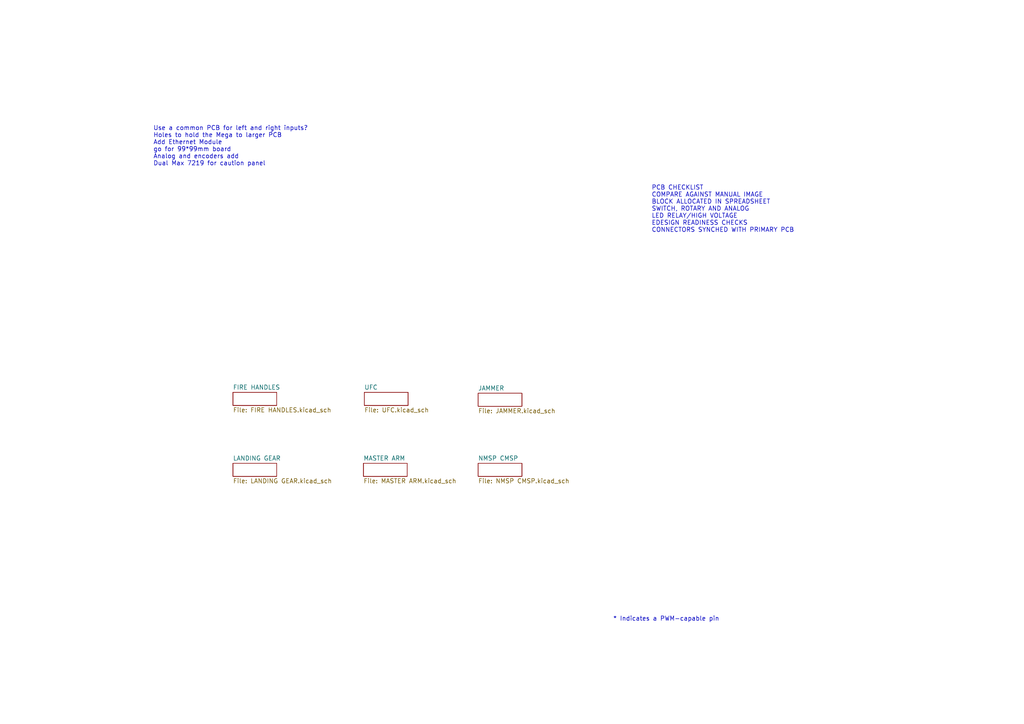
<source format=kicad_sch>
(kicad_sch (version 20211123) (generator eeschema)
  (paper "A4")
  (title_block (date "mar. 31 mars 2015"))
  (lib_symbols)
  (text "Use a common PCB for left and right inputs?\nHoles to hold the Mega to larger PCB\nAdd Ethernet Module\ngo for 99*99mm board\nAnalog and encoders add\nDual Max 7219 for caution panel" (at 44.45 48.26 0) (effects (font (size 1.27 1.27)) (justify left bottom)))
  (text "* Indicates a PWM-capable pin" (at 177.8 180.34 0) (effects (font (size 1.27 1.27)) (justify left bottom)))
  (text "PCB CHECKLIST\nCOMPARE AGAINST MANUAL IMAGE\nBLOCK ALLOCATED IN SPREADSHEET\nSWITCH, ROTARY AND ANALOG\nLED RELAY/HIGH VOLTAGE\nEDESIGN READINESS CHECKS\nCONNECTORS SYNCHED WITH PRIMARY PCB\n" (at 188.976 67.564 0) (effects (font (size 1.27 1.27)) (justify left bottom)))
  (sheet (at 105.41 134.366) (size 12.7 3.81) (stroke (width 0.1524))
    (property "Sheet name" "MASTER ARM" (at 105.41 133.6544 0) (effects (justify left bottom)))
    (property "Sheet file" "MASTER ARM.kicad_sch" (at 105.41 138.7606 0) (effects (justify left top)))
  )
  (sheet (at 138.684 114.046) (size 12.7 3.81) (stroke (width 0.1524))
    (property "Sheet name" "JAMMER" (at 138.684 113.3344 0) (effects (justify left bottom)))
    (property "Sheet file" "JAMMER.kicad_sch" (at 138.684 118.4406 0) (effects (justify left top)))
  )
  (sheet (at 67.564 134.366) (size 12.7 3.81) (stroke (width 0.1524))
    (property "Sheet name" "LANDING GEAR" (at 67.564 133.6544 0) (effects (justify left bottom)))
    (property "Sheet file" "LANDING GEAR.kicad_sch" (at 67.564 138.7606 0) (effects (justify left top)))
  )
  (sheet (at 67.564 113.792) (size 12.7 3.81) (stroke (width 0.1524))
    (property "Sheet name" "FIRE HANDLES" (at 67.564 113.0804 0) (effects (justify left bottom)))
    (property "Sheet file" "FIRE HANDLES.kicad_sch" (at 67.564 118.1866 0) (effects (justify left top)))
  )
  (sheet (at 105.664 113.792) (size 12.7 3.81) (stroke (width 0.1524))
    (property "Sheet name" "UFC" (at 105.664 113.0804 0) (effects (justify left bottom)))
    (property "Sheet file" "UFC.kicad_sch" (at 105.664 118.1866 0) (effects (justify left top)))
  )
  (sheet (at 138.684 134.366) (size 12.7 3.81) (stroke (width 0.1524))
    (property "Sheet name" "NMSP CMSP" (at 138.684 133.6544 0) (effects (justify left bottom)))
    (property "Sheet file" "NMSP CMSP.kicad_sch" (at 138.684 138.7606 0) (effects (justify left top)))
  )
)
</source>
